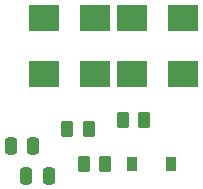
<source format=gtp>
G04 #@! TF.GenerationSoftware,KiCad,Pcbnew,(6.0.11)*
G04 #@! TF.CreationDate,2023-12-04T17:04:48+01:00*
G04 #@! TF.ProjectId,PCB_Dongle_Linky,5043425f-446f-46e6-976c-655f4c696e6b,rev?*
G04 #@! TF.SameCoordinates,Original*
G04 #@! TF.FileFunction,Paste,Top*
G04 #@! TF.FilePolarity,Positive*
%FSLAX46Y46*%
G04 Gerber Fmt 4.6, Leading zero omitted, Abs format (unit mm)*
G04 Created by KiCad (PCBNEW (6.0.11)) date 2023-12-04 17:04:48*
%MOMM*%
%LPD*%
G01*
G04 APERTURE LIST*
G04 Aperture macros list*
%AMRoundRect*
0 Rectangle with rounded corners*
0 $1 Rounding radius*
0 $2 $3 $4 $5 $6 $7 $8 $9 X,Y pos of 4 corners*
0 Add a 4 corners polygon primitive as box body*
4,1,4,$2,$3,$4,$5,$6,$7,$8,$9,$2,$3,0*
0 Add four circle primitives for the rounded corners*
1,1,$1+$1,$2,$3*
1,1,$1+$1,$4,$5*
1,1,$1+$1,$6,$7*
1,1,$1+$1,$8,$9*
0 Add four rect primitives between the rounded corners*
20,1,$1+$1,$2,$3,$4,$5,0*
20,1,$1+$1,$4,$5,$6,$7,0*
20,1,$1+$1,$6,$7,$8,$9,0*
20,1,$1+$1,$8,$9,$2,$3,0*%
G04 Aperture macros list end*
%ADD10RoundRect,0.250000X0.262500X0.450000X-0.262500X0.450000X-0.262500X-0.450000X0.262500X-0.450000X0*%
%ADD11RoundRect,0.250000X0.250000X0.475000X-0.250000X0.475000X-0.250000X-0.475000X0.250000X-0.475000X0*%
%ADD12R,2.500000X2.300000*%
%ADD13RoundRect,0.250000X-0.250000X-0.475000X0.250000X-0.475000X0.250000X0.475000X-0.250000X0.475000X0*%
%ADD14R,0.900000X1.200000*%
G04 APERTURE END LIST*
D10*
G04 #@! TO.C,R4*
X29162500Y-119000000D03*
X27337500Y-119000000D03*
G04 #@! TD*
D11*
G04 #@! TO.C,C2b0*
X25750000Y-123000000D03*
X23850000Y-123000000D03*
G04 #@! TD*
D12*
G04 #@! TO.C,D4*
X32850000Y-114350000D03*
X37150000Y-114350000D03*
G04 #@! TD*
G04 #@! TO.C,D1*
X25400000Y-109650000D03*
X29700000Y-109650000D03*
G04 #@! TD*
D13*
G04 #@! TO.C,C2b1*
X22550000Y-120450000D03*
X24450000Y-120450000D03*
G04 #@! TD*
D12*
G04 #@! TO.C,D3*
X25350000Y-114350000D03*
X29650000Y-114350000D03*
G04 #@! TD*
D10*
G04 #@! TO.C,R5*
X33862500Y-118250000D03*
X32037500Y-118250000D03*
G04 #@! TD*
G04 #@! TO.C,R6*
X30562500Y-121950000D03*
X28737500Y-121950000D03*
G04 #@! TD*
D14*
G04 #@! TO.C,DZ1*
X32800000Y-122000000D03*
X36100000Y-122000000D03*
G04 #@! TD*
D12*
G04 #@! TO.C,D2*
X37150000Y-109650000D03*
X32850000Y-109650000D03*
G04 #@! TD*
M02*

</source>
